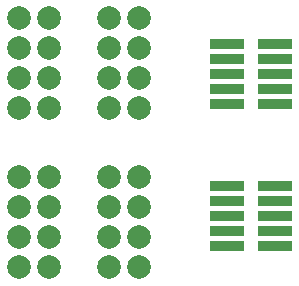
<source format=gts>
%TF.GenerationSoftware,KiCad,Pcbnew,5.1.6-c6e7f7d~86~ubuntu18.04.1*%
%TF.CreationDate,2020-07-28T10:33:50+01:00*%
%TF.ProjectId,cortex-debug,636f7274-6578-42d6-9465-6275672e6b69,rev?*%
%TF.SameCoordinates,Original*%
%TF.FileFunction,Soldermask,Top*%
%TF.FilePolarity,Negative*%
%FSLAX46Y46*%
G04 Gerber Fmt 4.6, Leading zero omitted, Abs format (unit mm)*
G04 Created by KiCad (PCBNEW 5.1.6-c6e7f7d~86~ubuntu18.04.1) date 2020-07-28 10:33:50*
%MOMM*%
%LPD*%
G01*
G04 APERTURE LIST*
%ADD10R,2.890000X0.840000*%
%ADD11C,2.000000*%
G04 APERTURE END LIST*
D10*
%TO.C,P2*%
X117965000Y-61460000D03*
X122035000Y-61460000D03*
X117965000Y-62730000D03*
X122035000Y-62730000D03*
X117965000Y-64000000D03*
X122035000Y-64000000D03*
X117965000Y-65270000D03*
X122035000Y-65270000D03*
X117965000Y-66540000D03*
X122035000Y-66540000D03*
%TD*%
%TO.C,P1*%
X117965000Y-73460000D03*
X122035000Y-73460000D03*
X117965000Y-74730000D03*
X122035000Y-74730000D03*
X117965000Y-76000000D03*
X122035000Y-76000000D03*
X117965000Y-77270000D03*
X122035000Y-77270000D03*
X117965000Y-78540000D03*
X122035000Y-78540000D03*
%TD*%
D11*
%TO.C,J6*%
X110490000Y-66929000D03*
X107950000Y-66929000D03*
X110490000Y-64389000D03*
X107950000Y-64389000D03*
X110490000Y-61849000D03*
X107950000Y-61849000D03*
X110490000Y-59309000D03*
X107950000Y-59309000D03*
%TD*%
%TO.C,J5*%
X100330000Y-59309000D03*
X102870000Y-59309000D03*
X100330000Y-61849000D03*
X102870000Y-61849000D03*
X100330000Y-64389000D03*
X102870000Y-64389000D03*
X100330000Y-66929000D03*
X102870000Y-66929000D03*
%TD*%
%TO.C,J2*%
X110490000Y-80391000D03*
X107950000Y-80391000D03*
X110490000Y-77851000D03*
X107950000Y-77851000D03*
X110490000Y-75311000D03*
X107950000Y-75311000D03*
X110490000Y-72771000D03*
X107950000Y-72771000D03*
%TD*%
%TO.C,J1*%
X102870000Y-80391000D03*
X100330000Y-80391000D03*
X102870000Y-77851000D03*
X100330000Y-77851000D03*
X102870000Y-75311000D03*
X100330000Y-75311000D03*
X102870000Y-72771000D03*
X100330000Y-72771000D03*
%TD*%
M02*

</source>
